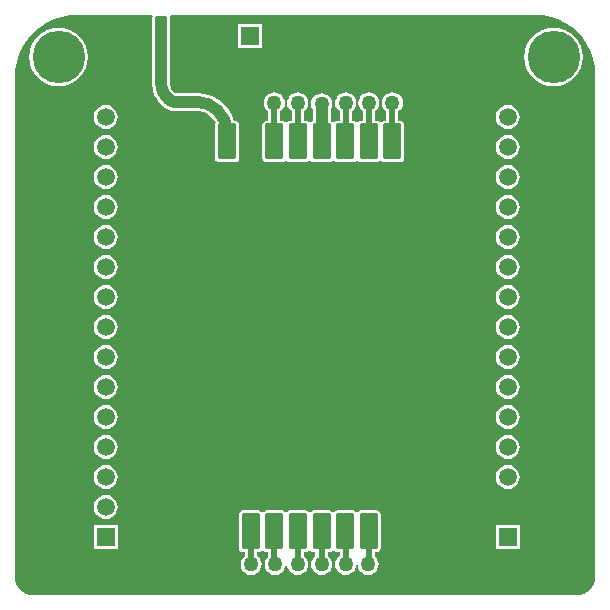
<source format=gbl>
%FSLAX25Y25*%
%MOIN*%
G70*
G01*
G75*
G04 Layer_Physical_Order=2*
G04 Layer_Color=16711680*
%ADD10C,0.03937*%
G04:AMPARAMS|DCode=11|XSize=19.69mil|YSize=31.5mil|CornerRadius=0.98mil|HoleSize=0mil|Usage=FLASHONLY|Rotation=180.000|XOffset=0mil|YOffset=0mil|HoleType=Round|Shape=RoundedRectangle|*
%AMROUNDEDRECTD11*
21,1,0.01969,0.02953,0,0,180.0*
21,1,0.01772,0.03150,0,0,180.0*
1,1,0.00197,-0.00886,0.01476*
1,1,0.00197,0.00886,0.01476*
1,1,0.00197,0.00886,-0.01476*
1,1,0.00197,-0.00886,-0.01476*
%
%ADD11ROUNDEDRECTD11*%
G04:AMPARAMS|DCode=12|XSize=35.43mil|YSize=39.37mil|CornerRadius=1.77mil|HoleSize=0mil|Usage=FLASHONLY|Rotation=270.000|XOffset=0mil|YOffset=0mil|HoleType=Round|Shape=RoundedRectangle|*
%AMROUNDEDRECTD12*
21,1,0.03543,0.03583,0,0,270.0*
21,1,0.03189,0.03937,0,0,270.0*
1,1,0.00354,-0.01791,-0.01595*
1,1,0.00354,-0.01791,0.01595*
1,1,0.00354,0.01791,0.01595*
1,1,0.00354,0.01791,-0.01595*
%
%ADD12ROUNDEDRECTD12*%
G04:AMPARAMS|DCode=13|XSize=19.69mil|YSize=23.62mil|CornerRadius=0.98mil|HoleSize=0mil|Usage=FLASHONLY|Rotation=0.000|XOffset=0mil|YOffset=0mil|HoleType=Round|Shape=RoundedRectangle|*
%AMROUNDEDRECTD13*
21,1,0.01969,0.02165,0,0,0.0*
21,1,0.01772,0.02362,0,0,0.0*
1,1,0.00197,0.00886,-0.01083*
1,1,0.00197,-0.00886,-0.01083*
1,1,0.00197,-0.00886,0.01083*
1,1,0.00197,0.00886,0.01083*
%
%ADD13ROUNDEDRECTD13*%
G04:AMPARAMS|DCode=14|XSize=47.24mil|YSize=70.87mil|CornerRadius=4.72mil|HoleSize=0mil|Usage=FLASHONLY|Rotation=270.000|XOffset=0mil|YOffset=0mil|HoleType=Round|Shape=RoundedRectangle|*
%AMROUNDEDRECTD14*
21,1,0.04724,0.06142,0,0,270.0*
21,1,0.03780,0.07087,0,0,270.0*
1,1,0.00945,-0.03071,-0.01890*
1,1,0.00945,-0.03071,0.01890*
1,1,0.00945,0.03071,0.01890*
1,1,0.00945,0.03071,-0.01890*
%
%ADD14ROUNDEDRECTD14*%
G04:AMPARAMS|DCode=15|XSize=196.85mil|YSize=78.74mil|CornerRadius=3.94mil|HoleSize=0mil|Usage=FLASHONLY|Rotation=270.000|XOffset=0mil|YOffset=0mil|HoleType=Round|Shape=RoundedRectangle|*
%AMROUNDEDRECTD15*
21,1,0.19685,0.07087,0,0,270.0*
21,1,0.18898,0.07874,0,0,270.0*
1,1,0.00787,-0.03543,-0.09449*
1,1,0.00787,-0.03543,0.09449*
1,1,0.00787,0.03543,0.09449*
1,1,0.00787,0.03543,-0.09449*
%
%ADD15ROUNDEDRECTD15*%
%ADD16C,0.01969*%
%ADD17R,0.05906X0.05906*%
%ADD18C,0.05906*%
%ADD19R,0.05906X0.05906*%
%ADD20C,0.17500*%
%ADD21C,0.05000*%
G04:AMPARAMS|DCode=22|XSize=196.85mil|YSize=39.37mil|CornerRadius=1.97mil|HoleSize=0mil|Usage=FLASHONLY|Rotation=270.000|XOffset=0mil|YOffset=0mil|HoleType=Round|Shape=RoundedRectangle|*
%AMROUNDEDRECTD22*
21,1,0.19685,0.03543,0,0,270.0*
21,1,0.19291,0.03937,0,0,270.0*
1,1,0.00394,-0.01772,-0.09646*
1,1,0.00394,-0.01772,0.09646*
1,1,0.00394,0.01772,0.09646*
1,1,0.00394,0.01772,-0.09646*
%
%ADD22ROUNDEDRECTD22*%
G04:AMPARAMS|DCode=23|XSize=118.11mil|YSize=59.06mil|CornerRadius=2.95mil|HoleSize=0mil|Usage=FLASHONLY|Rotation=270.000|XOffset=0mil|YOffset=0mil|HoleType=Round|Shape=RoundedRectangle|*
%AMROUNDEDRECTD23*
21,1,0.11811,0.05315,0,0,270.0*
21,1,0.11221,0.05906,0,0,270.0*
1,1,0.00591,-0.02658,-0.05610*
1,1,0.00591,-0.02658,0.05610*
1,1,0.00591,0.02658,0.05610*
1,1,0.00591,0.02658,-0.05610*
%
%ADD23ROUNDEDRECTD23*%
%ADD24C,0.01575*%
G36*
X22787Y195229D02*
X46962D01*
X47601Y194802D01*
X47508Y194335D01*
Y184705D01*
X47506Y184689D01*
Y172000D01*
X47488D01*
X47662Y170235D01*
X48177Y168538D01*
X49013Y166973D01*
X50138Y165602D01*
X50151Y165615D01*
X50883Y164883D01*
X50879Y164879D01*
X51851Y164082D01*
X52960Y163489D01*
X54163Y163124D01*
X55414Y163001D01*
Y163006D01*
X63000D01*
X63085Y163017D01*
X64418Y162842D01*
X65739Y162294D01*
X66805Y161476D01*
X66858Y161408D01*
X67395Y160871D01*
X67427Y160846D01*
X68274Y159814D01*
X68622Y159164D01*
X68563Y159076D01*
X68463Y158571D01*
Y147350D01*
X68563Y146845D01*
X68850Y146416D01*
X69278Y146130D01*
X69784Y146030D01*
X75098D01*
X75604Y146130D01*
X76032Y146416D01*
X76319Y146845D01*
X76419Y147350D01*
Y158571D01*
X76319Y159076D01*
X76032Y159505D01*
X75604Y159791D01*
X75098Y159891D01*
X74824D01*
X74813Y159937D01*
X74032Y161823D01*
X72965Y163563D01*
X71639Y165115D01*
X71629Y165105D01*
X71092Y165642D01*
X71092Y165642D01*
X71099Y165649D01*
X69732Y166816D01*
X68200Y167755D01*
X66539Y168443D01*
X64792Y168863D01*
X63000Y169004D01*
Y168994D01*
X55414D01*
X55399Y168992D01*
X55126Y169105D01*
X55117Y169117D01*
X54385Y169849D01*
X54380Y169853D01*
X53900Y170478D01*
X53596Y171212D01*
X53493Y171994D01*
X53494Y172000D01*
Y184689D01*
X53492Y184705D01*
Y194335D01*
X53399Y194802D01*
X54038Y195229D01*
X175169D01*
X175260Y195247D01*
X177790Y195081D01*
X180367Y194569D01*
X182855Y193724D01*
X185211Y192562D01*
X187395Y191103D01*
X189370Y189370D01*
X191103Y187395D01*
X192562Y185211D01*
X193724Y182855D01*
X194569Y180367D01*
X195081Y177790D01*
X195247Y175260D01*
X195229Y175169D01*
Y7874D01*
X195236Y7836D01*
X195120Y6652D01*
X194763Y5477D01*
X194184Y4394D01*
X193405Y3445D01*
X192456Y2666D01*
X191373Y2087D01*
X190198Y1731D01*
X189014Y1614D01*
X188976Y1622D01*
X7874D01*
X7836Y1614D01*
X6652Y1731D01*
X5477Y2087D01*
X4394Y2666D01*
X3445Y3445D01*
X2666Y4394D01*
X2087Y5477D01*
X1731Y6652D01*
X1614Y7836D01*
X1622Y7874D01*
Y174063D01*
X1602Y174163D01*
X1777Y176829D01*
X2317Y179548D01*
X3208Y182173D01*
X4434Y184659D01*
X5974Y186964D01*
X7802Y189048D01*
X9886Y190876D01*
X12191Y192416D01*
X14677Y193642D01*
X17302Y194533D01*
X20021Y195074D01*
X22687Y195249D01*
X22787Y195229D01*
D02*
G37*
%LPC*%
G36*
X32000Y75085D02*
X30968Y74949D01*
X30007Y74551D01*
X29181Y73918D01*
X28547Y73092D01*
X28149Y72130D01*
X28013Y71098D01*
X28149Y70066D01*
X28547Y69105D01*
X29181Y68279D01*
X30007Y67646D01*
X30968Y67247D01*
X32000Y67112D01*
X33032Y67247D01*
X33993Y67646D01*
X34819Y68279D01*
X35453Y69105D01*
X35851Y70066D01*
X35987Y71098D01*
X35851Y72130D01*
X35453Y73092D01*
X34819Y73918D01*
X33993Y74551D01*
X33032Y74949D01*
X32000Y75085D01*
D02*
G37*
G36*
X166000Y75087D02*
X164968Y74951D01*
X164007Y74553D01*
X163181Y73919D01*
X162547Y73093D01*
X162149Y72132D01*
X162013Y71100D01*
X162149Y70068D01*
X162547Y69107D01*
X163181Y68281D01*
X164007Y67647D01*
X164968Y67249D01*
X166000Y67113D01*
X167032Y67249D01*
X167993Y67647D01*
X168819Y68281D01*
X169453Y69107D01*
X169851Y70068D01*
X169987Y71100D01*
X169851Y72132D01*
X169453Y73093D01*
X168819Y73919D01*
X167993Y74553D01*
X167032Y74951D01*
X166000Y75087D01*
D02*
G37*
G36*
X32000Y65085D02*
X30968Y64949D01*
X30007Y64551D01*
X29181Y63918D01*
X28547Y63092D01*
X28149Y62130D01*
X28013Y61098D01*
X28149Y60066D01*
X28547Y59105D01*
X29181Y58279D01*
X30007Y57646D01*
X30968Y57247D01*
X32000Y57112D01*
X33032Y57247D01*
X33993Y57646D01*
X34819Y58279D01*
X35453Y59105D01*
X35851Y60066D01*
X35987Y61098D01*
X35851Y62130D01*
X35453Y63092D01*
X34819Y63918D01*
X33993Y64551D01*
X33032Y64949D01*
X32000Y65085D01*
D02*
G37*
G36*
X166000Y65087D02*
X164968Y64951D01*
X164007Y64553D01*
X163181Y63919D01*
X162547Y63093D01*
X162149Y62132D01*
X162013Y61100D01*
X162149Y60068D01*
X162547Y59107D01*
X163181Y58281D01*
X164007Y57647D01*
X164968Y57249D01*
X166000Y57113D01*
X167032Y57249D01*
X167993Y57647D01*
X168819Y58281D01*
X169453Y59107D01*
X169851Y60068D01*
X169987Y61100D01*
X169851Y62132D01*
X169453Y63093D01*
X168819Y63919D01*
X167993Y64553D01*
X167032Y64951D01*
X166000Y65087D01*
D02*
G37*
G36*
X32000Y95085D02*
X30968Y94949D01*
X30007Y94551D01*
X29181Y93918D01*
X28547Y93092D01*
X28149Y92130D01*
X28013Y91098D01*
X28149Y90066D01*
X28547Y89105D01*
X29181Y88279D01*
X30007Y87646D01*
X30968Y87247D01*
X32000Y87112D01*
X33032Y87247D01*
X33993Y87646D01*
X34819Y88279D01*
X35453Y89105D01*
X35851Y90066D01*
X35987Y91098D01*
X35851Y92130D01*
X35453Y93092D01*
X34819Y93918D01*
X33993Y94551D01*
X33032Y94949D01*
X32000Y95085D01*
D02*
G37*
G36*
X166000Y95087D02*
X164968Y94951D01*
X164007Y94553D01*
X163181Y93919D01*
X162547Y93093D01*
X162149Y92132D01*
X162013Y91100D01*
X162149Y90068D01*
X162547Y89107D01*
X163181Y88281D01*
X164007Y87647D01*
X164968Y87249D01*
X166000Y87113D01*
X167032Y87249D01*
X167993Y87647D01*
X168819Y88281D01*
X169453Y89107D01*
X169851Y90068D01*
X169987Y91100D01*
X169851Y92132D01*
X169453Y93093D01*
X168819Y93919D01*
X167993Y94553D01*
X167032Y94951D01*
X166000Y95087D01*
D02*
G37*
G36*
X32000Y85085D02*
X30968Y84949D01*
X30007Y84551D01*
X29181Y83918D01*
X28547Y83092D01*
X28149Y82130D01*
X28013Y81098D01*
X28149Y80067D01*
X28547Y79105D01*
X29181Y78279D01*
X30007Y77646D01*
X30968Y77247D01*
X32000Y77112D01*
X33032Y77247D01*
X33993Y77646D01*
X34819Y78279D01*
X35453Y79105D01*
X35851Y80067D01*
X35987Y81098D01*
X35851Y82130D01*
X35453Y83092D01*
X34819Y83918D01*
X33993Y84551D01*
X33032Y84949D01*
X32000Y85085D01*
D02*
G37*
G36*
X166000Y85087D02*
X164968Y84951D01*
X164007Y84553D01*
X163181Y83919D01*
X162547Y83093D01*
X162149Y82132D01*
X162013Y81100D01*
X162149Y80068D01*
X162547Y79107D01*
X163181Y78281D01*
X164007Y77647D01*
X164968Y77249D01*
X166000Y77113D01*
X167032Y77249D01*
X167993Y77647D01*
X168819Y78281D01*
X169453Y79107D01*
X169851Y80068D01*
X169987Y81100D01*
X169851Y82132D01*
X169453Y83093D01*
X168819Y83919D01*
X167993Y84553D01*
X167032Y84951D01*
X166000Y85087D01*
D02*
G37*
G36*
X32000Y35085D02*
X30968Y34949D01*
X30007Y34551D01*
X29181Y33918D01*
X28547Y33092D01*
X28149Y32130D01*
X28013Y31098D01*
X28149Y30067D01*
X28547Y29105D01*
X29181Y28279D01*
X30007Y27646D01*
X30968Y27247D01*
X32000Y27112D01*
X33032Y27247D01*
X33993Y27646D01*
X34819Y28279D01*
X35453Y29105D01*
X35851Y30067D01*
X35987Y31098D01*
X35851Y32130D01*
X35453Y33092D01*
X34819Y33918D01*
X33993Y34551D01*
X33032Y34949D01*
X32000Y35085D01*
D02*
G37*
G36*
X122343Y29970D02*
X117028D01*
X116522Y29870D01*
X116094Y29583D01*
X115998Y29440D01*
X115498D01*
X115402Y29583D01*
X114974Y29870D01*
X114469Y29970D01*
X109153D01*
X108648Y29870D01*
X108220Y29583D01*
X108124Y29440D01*
X107624D01*
X107528Y29583D01*
X107100Y29870D01*
X106595Y29970D01*
X101279D01*
X100774Y29870D01*
X100346Y29583D01*
X100250Y29440D01*
X99750D01*
X99654Y29583D01*
X99226Y29870D01*
X98721Y29970D01*
X93405D01*
X92900Y29870D01*
X92472Y29583D01*
X92376Y29440D01*
X91876D01*
X91780Y29583D01*
X91352Y29870D01*
X90847Y29970D01*
X85532D01*
X85026Y29870D01*
X84598Y29583D01*
X84502Y29440D01*
X84002D01*
X83906Y29583D01*
X83478Y29870D01*
X82972Y29970D01*
X77658D01*
X77152Y29870D01*
X76724Y29583D01*
X76437Y29155D01*
X76337Y28650D01*
Y17429D01*
X76437Y16924D01*
X76724Y16495D01*
X77152Y16209D01*
X77658Y16108D01*
X78292D01*
Y14717D01*
X78004Y14496D01*
X77443Y13765D01*
X77090Y12914D01*
X76970Y12000D01*
X77090Y11086D01*
X77443Y10235D01*
X78004Y9504D01*
X78735Y8943D01*
X79586Y8590D01*
X80500Y8470D01*
X81414Y8590D01*
X82265Y8943D01*
X82996Y9504D01*
X83557Y10235D01*
X83910Y11086D01*
X84030Y12000D01*
X83910Y12914D01*
X83557Y13765D01*
X82996Y14496D01*
X82338Y15001D01*
Y16108D01*
X82972D01*
X83478Y16209D01*
X83906Y16495D01*
X84002Y16638D01*
X84502D01*
X84598Y16495D01*
X85026Y16209D01*
X85532Y16108D01*
X86166D01*
Y14621D01*
X86004Y14496D01*
X85443Y13765D01*
X85090Y12914D01*
X84970Y12000D01*
X85090Y11086D01*
X85443Y10235D01*
X86004Y9504D01*
X86735Y8943D01*
X87586Y8590D01*
X88500Y8470D01*
X89414Y8590D01*
X90265Y8943D01*
X90996Y9504D01*
X91557Y10235D01*
X91910Y11086D01*
X92000Y11771D01*
X92500D01*
X92590Y11086D01*
X92943Y10235D01*
X93504Y9504D01*
X94235Y8943D01*
X95086Y8590D01*
X96000Y8470D01*
X96914Y8590D01*
X97765Y8943D01*
X98496Y9504D01*
X99057Y10235D01*
X99410Y11086D01*
X99530Y12000D01*
X99410Y12914D01*
X99057Y13765D01*
X98496Y14496D01*
X98023Y14859D01*
Y16108D01*
X98721D01*
X99226Y16209D01*
X99654Y16495D01*
X99750Y16638D01*
X100250D01*
X100346Y16495D01*
X100774Y16209D01*
X101279Y16108D01*
X101914D01*
Y14811D01*
X101504Y14496D01*
X100943Y13765D01*
X100590Y12914D01*
X100470Y12000D01*
X100590Y11086D01*
X100943Y10235D01*
X101504Y9504D01*
X102235Y8943D01*
X103086Y8590D01*
X104000Y8470D01*
X104914Y8590D01*
X105765Y8943D01*
X106496Y9504D01*
X107057Y10235D01*
X107410Y11086D01*
X107530Y12000D01*
X107410Y12914D01*
X107057Y13765D01*
X106496Y14496D01*
X105960Y14908D01*
Y16108D01*
X106595D01*
X107100Y16209D01*
X107528Y16495D01*
X107624Y16638D01*
X108124D01*
X108220Y16495D01*
X108648Y16209D01*
X109153Y16108D01*
X109977D01*
Y14859D01*
X109504Y14496D01*
X108943Y13765D01*
X108590Y12914D01*
X108470Y12000D01*
X108590Y11086D01*
X108943Y10235D01*
X109504Y9504D01*
X110235Y8943D01*
X111086Y8590D01*
X112000Y8470D01*
X112914Y8590D01*
X113765Y8943D01*
X114496Y9504D01*
X115057Y10235D01*
X115410Y11086D01*
X115500Y11771D01*
X116000D01*
X116090Y11086D01*
X116443Y10235D01*
X117004Y9504D01*
X117735Y8943D01*
X118586Y8590D01*
X119500Y8470D01*
X120414Y8590D01*
X121265Y8943D01*
X121996Y9504D01*
X122557Y10235D01*
X122910Y11086D01*
X123030Y12000D01*
X122910Y12914D01*
X122557Y13765D01*
X121996Y14496D01*
X121708Y14717D01*
Y16108D01*
X122343D01*
X122848Y16209D01*
X123276Y16495D01*
X123563Y16924D01*
X123663Y17429D01*
Y28650D01*
X123563Y29155D01*
X123276Y29583D01*
X122848Y29870D01*
X122343Y29970D01*
D02*
G37*
G36*
X35953Y25051D02*
X28047D01*
Y17146D01*
X35953D01*
Y25051D01*
D02*
G37*
G36*
X169953Y25053D02*
X162047D01*
Y17147D01*
X169953D01*
Y25053D01*
D02*
G37*
G36*
X32000Y55085D02*
X30968Y54949D01*
X30007Y54551D01*
X29181Y53918D01*
X28547Y53092D01*
X28149Y52130D01*
X28013Y51098D01*
X28149Y50067D01*
X28547Y49105D01*
X29181Y48279D01*
X30007Y47646D01*
X30968Y47247D01*
X32000Y47112D01*
X33032Y47247D01*
X33993Y47646D01*
X34819Y48279D01*
X35453Y49105D01*
X35851Y50067D01*
X35987Y51098D01*
X35851Y52130D01*
X35453Y53092D01*
X34819Y53918D01*
X33993Y54551D01*
X33032Y54949D01*
X32000Y55085D01*
D02*
G37*
G36*
X166000Y55087D02*
X164968Y54951D01*
X164007Y54553D01*
X163181Y53919D01*
X162547Y53093D01*
X162149Y52132D01*
X162013Y51100D01*
X162149Y50068D01*
X162547Y49107D01*
X163181Y48281D01*
X164007Y47647D01*
X164968Y47249D01*
X166000Y47113D01*
X167032Y47249D01*
X167993Y47647D01*
X168819Y48281D01*
X169453Y49107D01*
X169851Y50068D01*
X169987Y51100D01*
X169851Y52132D01*
X169453Y53093D01*
X168819Y53919D01*
X167993Y54553D01*
X167032Y54951D01*
X166000Y55087D01*
D02*
G37*
G36*
X32000Y45085D02*
X30968Y44949D01*
X30007Y44551D01*
X29181Y43918D01*
X28547Y43092D01*
X28149Y42130D01*
X28013Y41098D01*
X28149Y40067D01*
X28547Y39105D01*
X29181Y38279D01*
X30007Y37646D01*
X30968Y37247D01*
X32000Y37112D01*
X33032Y37247D01*
X33993Y37646D01*
X34819Y38279D01*
X35453Y39105D01*
X35851Y40067D01*
X35987Y41098D01*
X35851Y42130D01*
X35453Y43092D01*
X34819Y43918D01*
X33993Y44551D01*
X33032Y44949D01*
X32000Y45085D01*
D02*
G37*
G36*
X166000Y45087D02*
X164968Y44951D01*
X164007Y44553D01*
X163181Y43919D01*
X162547Y43093D01*
X162149Y42132D01*
X162013Y41100D01*
X162149Y40068D01*
X162547Y39107D01*
X163181Y38281D01*
X164007Y37647D01*
X164968Y37249D01*
X166000Y37113D01*
X167032Y37249D01*
X167993Y37647D01*
X168819Y38281D01*
X169453Y39107D01*
X169851Y40068D01*
X169987Y41100D01*
X169851Y42132D01*
X169453Y43093D01*
X168819Y43919D01*
X167993Y44553D01*
X167032Y44951D01*
X166000Y45087D01*
D02*
G37*
G36*
X32000Y105085D02*
X30968Y104949D01*
X30007Y104551D01*
X29181Y103918D01*
X28547Y103092D01*
X28149Y102130D01*
X28013Y101098D01*
X28149Y100066D01*
X28547Y99105D01*
X29181Y98279D01*
X30007Y97646D01*
X30968Y97247D01*
X32000Y97112D01*
X33032Y97247D01*
X33993Y97646D01*
X34819Y98279D01*
X35453Y99105D01*
X35851Y100066D01*
X35987Y101098D01*
X35851Y102130D01*
X35453Y103092D01*
X34819Y103918D01*
X33993Y104551D01*
X33032Y104949D01*
X32000Y105085D01*
D02*
G37*
G36*
Y165085D02*
X30968Y164949D01*
X30007Y164551D01*
X29181Y163918D01*
X28547Y163092D01*
X28149Y162130D01*
X28013Y161098D01*
X28149Y160067D01*
X28547Y159105D01*
X29181Y158279D01*
X30007Y157646D01*
X30968Y157247D01*
X32000Y157112D01*
X33032Y157247D01*
X33993Y157646D01*
X34819Y158279D01*
X35453Y159105D01*
X35851Y160067D01*
X35987Y161098D01*
X35851Y162130D01*
X35453Y163092D01*
X34819Y163918D01*
X33993Y164551D01*
X33032Y164949D01*
X32000Y165085D01*
D02*
G37*
G36*
X166000Y165087D02*
X164968Y164951D01*
X164007Y164553D01*
X163181Y163919D01*
X162547Y163093D01*
X162149Y162132D01*
X162013Y161100D01*
X162149Y160068D01*
X162547Y159107D01*
X163181Y158281D01*
X164007Y157647D01*
X164968Y157249D01*
X166000Y157113D01*
X167032Y157249D01*
X167993Y157647D01*
X168819Y158281D01*
X169453Y159107D01*
X169851Y160068D01*
X169987Y161100D01*
X169851Y162132D01*
X169453Y163093D01*
X168819Y163919D01*
X167993Y164553D01*
X167032Y164951D01*
X166000Y165087D01*
D02*
G37*
G36*
X32000Y155085D02*
X30968Y154949D01*
X30007Y154551D01*
X29181Y153918D01*
X28547Y153092D01*
X28149Y152130D01*
X28013Y151098D01*
X28149Y150067D01*
X28547Y149105D01*
X29181Y148279D01*
X30007Y147646D01*
X30968Y147247D01*
X32000Y147112D01*
X33032Y147247D01*
X33993Y147646D01*
X34819Y148279D01*
X35453Y149105D01*
X35851Y150067D01*
X35987Y151098D01*
X35851Y152130D01*
X35453Y153092D01*
X34819Y153918D01*
X33993Y154551D01*
X33032Y154949D01*
X32000Y155085D01*
D02*
G37*
G36*
X166000Y155087D02*
X164968Y154951D01*
X164007Y154553D01*
X163181Y153919D01*
X162547Y153093D01*
X162149Y152132D01*
X162013Y151100D01*
X162149Y150068D01*
X162547Y149107D01*
X163181Y148281D01*
X164007Y147647D01*
X164968Y147249D01*
X166000Y147113D01*
X167032Y147249D01*
X167993Y147647D01*
X168819Y148281D01*
X169453Y149107D01*
X169851Y150068D01*
X169987Y151100D01*
X169851Y152132D01*
X169453Y153093D01*
X168819Y153919D01*
X167993Y154553D01*
X167032Y154951D01*
X166000Y155087D01*
D02*
G37*
G36*
X181290Y190886D02*
X179379Y190697D01*
X177541Y190140D01*
X175847Y189234D01*
X174362Y188016D01*
X173144Y186531D01*
X172239Y184838D01*
X171681Y183000D01*
X171493Y181088D01*
X171681Y179177D01*
X172239Y177339D01*
X173144Y175645D01*
X174362Y174161D01*
X175847Y172942D01*
X177541Y172037D01*
X179379Y171479D01*
X181290Y171291D01*
X183201Y171479D01*
X185039Y172037D01*
X186733Y172942D01*
X188218Y174161D01*
X189436Y175645D01*
X190341Y177339D01*
X190899Y179177D01*
X191087Y181088D01*
X190899Y183000D01*
X190341Y184838D01*
X189436Y186531D01*
X188218Y188016D01*
X186733Y189234D01*
X185039Y190140D01*
X183201Y190697D01*
X181290Y190886D01*
D02*
G37*
G36*
X83953Y191953D02*
X76047D01*
Y184047D01*
X83953D01*
Y191953D01*
D02*
G37*
G36*
X127559Y169341D02*
X126645Y169221D01*
X125794Y168868D01*
X125063Y168307D01*
X124502Y167576D01*
X124149Y166725D01*
X124029Y165811D01*
X124149Y164897D01*
X124502Y164046D01*
X125063Y163315D01*
X125536Y162952D01*
Y159891D01*
X124902D01*
X124396Y159791D01*
X123968Y159505D01*
X123872Y159362D01*
X123372D01*
X123276Y159505D01*
X122848Y159791D01*
X122343Y159891D01*
X121708D01*
Y162952D01*
X122181Y163315D01*
X122742Y164046D01*
X123095Y164897D01*
X123215Y165811D01*
X123095Y166725D01*
X122742Y167576D01*
X122181Y168307D01*
X121450Y168868D01*
X120599Y169221D01*
X119685Y169341D01*
X118771Y169221D01*
X117920Y168868D01*
X117189Y168307D01*
X116628Y167576D01*
X116275Y166725D01*
X116155Y165811D01*
X116275Y164897D01*
X116628Y164046D01*
X117189Y163315D01*
X117662Y162952D01*
Y159891D01*
X117028D01*
X116522Y159791D01*
X116094Y159505D01*
X115998Y159362D01*
X115498D01*
X115402Y159505D01*
X114974Y159791D01*
X114469Y159891D01*
X114023D01*
Y162952D01*
X114496Y163315D01*
X115057Y164046D01*
X115410Y164897D01*
X115530Y165811D01*
X115410Y166725D01*
X115057Y167576D01*
X114496Y168307D01*
X113765Y168868D01*
X112914Y169221D01*
X112000Y169341D01*
X111086Y169221D01*
X110235Y168868D01*
X109504Y168307D01*
X108943Y167576D01*
X108590Y166725D01*
X108470Y165811D01*
X108590Y164897D01*
X108943Y164046D01*
X109504Y163315D01*
X109977Y162952D01*
Y159891D01*
X109154D01*
X108648Y159791D01*
X108220Y159505D01*
X108124Y159362D01*
X107624D01*
X107528Y159505D01*
X107100Y159791D01*
X106931Y159825D01*
Y163616D01*
X106994Y163698D01*
X107347Y164549D01*
X107467Y165463D01*
X107347Y166377D01*
X106994Y167228D01*
X106433Y167959D01*
X105702Y168520D01*
X104851Y168873D01*
X103937Y168993D01*
X103023Y168873D01*
X102172Y168520D01*
X101441Y167959D01*
X100880Y167228D01*
X100527Y166377D01*
X100407Y165463D01*
X100527Y164549D01*
X100880Y163698D01*
X100943Y163616D01*
Y159825D01*
X100774Y159791D01*
X100346Y159505D01*
X100250Y159362D01*
X99750D01*
X99654Y159505D01*
X99226Y159791D01*
X98721Y159891D01*
X98023D01*
Y162952D01*
X98496Y163315D01*
X99057Y164046D01*
X99410Y164897D01*
X99530Y165811D01*
X99410Y166725D01*
X99057Y167576D01*
X98496Y168307D01*
X97765Y168868D01*
X96914Y169221D01*
X96000Y169341D01*
X95086Y169221D01*
X94235Y168868D01*
X93504Y168307D01*
X92943Y167576D01*
X92590Y166725D01*
X92470Y165811D01*
X92590Y164897D01*
X92943Y164046D01*
X93504Y163315D01*
X93977Y162952D01*
Y159891D01*
X93405D01*
X92900Y159791D01*
X92472Y159505D01*
X92376Y159362D01*
X91876D01*
X91780Y159505D01*
X91352Y159791D01*
X90847Y159891D01*
X90212D01*
Y162952D01*
X90685Y163315D01*
X91246Y164046D01*
X91599Y164897D01*
X91719Y165811D01*
X91599Y166725D01*
X91246Y167576D01*
X90685Y168307D01*
X89954Y168868D01*
X89103Y169221D01*
X88189Y169341D01*
X87275Y169221D01*
X86424Y168868D01*
X85693Y168307D01*
X85132Y167576D01*
X84779Y166725D01*
X84659Y165811D01*
X84779Y164897D01*
X85132Y164046D01*
X85693Y163315D01*
X86166Y162952D01*
Y159891D01*
X85532D01*
X85026Y159791D01*
X84598Y159505D01*
X84311Y159076D01*
X84211Y158571D01*
Y147350D01*
X84311Y146845D01*
X84598Y146416D01*
X85026Y146130D01*
X85532Y146030D01*
X90847D01*
X91352Y146130D01*
X91780Y146416D01*
X91876Y146560D01*
X92376D01*
X92472Y146416D01*
X92900Y146130D01*
X93405Y146030D01*
X98721D01*
X99226Y146130D01*
X99654Y146416D01*
X99750Y146560D01*
X100250D01*
X100346Y146416D01*
X100774Y146130D01*
X101279Y146030D01*
X106595D01*
X107100Y146130D01*
X107528Y146416D01*
X107624Y146560D01*
X108124D01*
X108220Y146416D01*
X108648Y146130D01*
X109154Y146030D01*
X114469D01*
X114974Y146130D01*
X115402Y146416D01*
X115498Y146560D01*
X115998D01*
X116094Y146416D01*
X116522Y146130D01*
X117028Y146030D01*
X122343D01*
X122848Y146130D01*
X123276Y146416D01*
X123372Y146560D01*
X123872D01*
X123968Y146416D01*
X124396Y146130D01*
X124902Y146030D01*
X130217D01*
X130722Y146130D01*
X131150Y146416D01*
X131437Y146845D01*
X131537Y147350D01*
Y158571D01*
X131437Y159076D01*
X131150Y159505D01*
X130722Y159791D01*
X130217Y159891D01*
X129582D01*
Y162952D01*
X130055Y163315D01*
X130616Y164046D01*
X130969Y164897D01*
X131089Y165811D01*
X130969Y166725D01*
X130616Y167576D01*
X130055Y168307D01*
X129324Y168868D01*
X128473Y169221D01*
X127559Y169341D01*
D02*
G37*
G36*
X16290Y190886D02*
X14379Y190697D01*
X12541Y190140D01*
X10847Y189234D01*
X9362Y188016D01*
X8144Y186531D01*
X7239Y184838D01*
X6681Y183000D01*
X6493Y181088D01*
X6681Y179177D01*
X7239Y177339D01*
X8144Y175645D01*
X9362Y174161D01*
X10847Y172942D01*
X12541Y172037D01*
X14379Y171479D01*
X16290Y171291D01*
X18201Y171479D01*
X20039Y172037D01*
X21733Y172942D01*
X23218Y174161D01*
X24436Y175645D01*
X25341Y177339D01*
X25899Y179177D01*
X26087Y181088D01*
X25899Y183000D01*
X25341Y184838D01*
X24436Y186531D01*
X23218Y188016D01*
X21733Y189234D01*
X20039Y190140D01*
X18201Y190697D01*
X16290Y190886D01*
D02*
G37*
G36*
X166000Y145087D02*
X164968Y144951D01*
X164007Y144553D01*
X163181Y143919D01*
X162547Y143093D01*
X162149Y142132D01*
X162013Y141100D01*
X162149Y140068D01*
X162547Y139107D01*
X163181Y138281D01*
X164007Y137647D01*
X164968Y137249D01*
X166000Y137113D01*
X167032Y137249D01*
X167993Y137647D01*
X168819Y138281D01*
X169453Y139107D01*
X169851Y140068D01*
X169987Y141100D01*
X169851Y142132D01*
X169453Y143093D01*
X168819Y143919D01*
X167993Y144553D01*
X167032Y144951D01*
X166000Y145087D01*
D02*
G37*
G36*
Y115087D02*
X164968Y114951D01*
X164007Y114553D01*
X163181Y113919D01*
X162547Y113093D01*
X162149Y112132D01*
X162013Y111100D01*
X162149Y110068D01*
X162547Y109107D01*
X163181Y108281D01*
X164007Y107647D01*
X164968Y107249D01*
X166000Y107113D01*
X167032Y107249D01*
X167993Y107647D01*
X168819Y108281D01*
X169453Y109107D01*
X169851Y110068D01*
X169987Y111100D01*
X169851Y112132D01*
X169453Y113093D01*
X168819Y113919D01*
X167993Y114553D01*
X167032Y114951D01*
X166000Y115087D01*
D02*
G37*
G36*
X32000Y125085D02*
X30968Y124949D01*
X30007Y124551D01*
X29181Y123918D01*
X28547Y123092D01*
X28149Y122130D01*
X28013Y121098D01*
X28149Y120067D01*
X28547Y119105D01*
X29181Y118279D01*
X30007Y117646D01*
X30968Y117247D01*
X32000Y117112D01*
X33032Y117247D01*
X33993Y117646D01*
X34819Y118279D01*
X35453Y119105D01*
X35851Y120067D01*
X35987Y121098D01*
X35851Y122130D01*
X35453Y123092D01*
X34819Y123918D01*
X33993Y124551D01*
X33032Y124949D01*
X32000Y125085D01*
D02*
G37*
G36*
X166000Y105087D02*
X164968Y104951D01*
X164007Y104553D01*
X163181Y103919D01*
X162547Y103093D01*
X162149Y102132D01*
X162013Y101100D01*
X162149Y100068D01*
X162547Y99107D01*
X163181Y98281D01*
X164007Y97647D01*
X164968Y97249D01*
X166000Y97113D01*
X167032Y97249D01*
X167993Y97647D01*
X168819Y98281D01*
X169453Y99107D01*
X169851Y100068D01*
X169987Y101100D01*
X169851Y102132D01*
X169453Y103093D01*
X168819Y103919D01*
X167993Y104553D01*
X167032Y104951D01*
X166000Y105087D01*
D02*
G37*
G36*
X32000Y115085D02*
X30968Y114949D01*
X30007Y114551D01*
X29181Y113918D01*
X28547Y113092D01*
X28149Y112130D01*
X28013Y111098D01*
X28149Y110067D01*
X28547Y109105D01*
X29181Y108279D01*
X30007Y107646D01*
X30968Y107247D01*
X32000Y107112D01*
X33032Y107247D01*
X33993Y107646D01*
X34819Y108279D01*
X35453Y109105D01*
X35851Y110067D01*
X35987Y111098D01*
X35851Y112130D01*
X35453Y113092D01*
X34819Y113918D01*
X33993Y114551D01*
X33032Y114949D01*
X32000Y115085D01*
D02*
G37*
G36*
X166000Y135087D02*
X164968Y134951D01*
X164007Y134553D01*
X163181Y133919D01*
X162547Y133093D01*
X162149Y132132D01*
X162013Y131100D01*
X162149Y130068D01*
X162547Y129107D01*
X163181Y128281D01*
X164007Y127647D01*
X164968Y127249D01*
X166000Y127113D01*
X167032Y127249D01*
X167993Y127647D01*
X168819Y128281D01*
X169453Y129107D01*
X169851Y130068D01*
X169987Y131100D01*
X169851Y132132D01*
X169453Y133093D01*
X168819Y133919D01*
X167993Y134553D01*
X167032Y134951D01*
X166000Y135087D01*
D02*
G37*
G36*
X32000Y145085D02*
X30968Y144949D01*
X30007Y144551D01*
X29181Y143918D01*
X28547Y143092D01*
X28149Y142130D01*
X28013Y141098D01*
X28149Y140067D01*
X28547Y139105D01*
X29181Y138279D01*
X30007Y137646D01*
X30968Y137247D01*
X32000Y137112D01*
X33032Y137247D01*
X33993Y137646D01*
X34819Y138279D01*
X35453Y139105D01*
X35851Y140067D01*
X35987Y141098D01*
X35851Y142130D01*
X35453Y143092D01*
X34819Y143918D01*
X33993Y144551D01*
X33032Y144949D01*
X32000Y145085D01*
D02*
G37*
G36*
X166000Y125087D02*
X164968Y124951D01*
X164007Y124553D01*
X163181Y123919D01*
X162547Y123093D01*
X162149Y122132D01*
X162013Y121100D01*
X162149Y120068D01*
X162547Y119107D01*
X163181Y118281D01*
X164007Y117647D01*
X164968Y117249D01*
X166000Y117113D01*
X167032Y117249D01*
X167993Y117647D01*
X168819Y118281D01*
X169453Y119107D01*
X169851Y120068D01*
X169987Y121100D01*
X169851Y122132D01*
X169453Y123093D01*
X168819Y123919D01*
X167993Y124553D01*
X167032Y124951D01*
X166000Y125087D01*
D02*
G37*
G36*
X32000Y135085D02*
X30968Y134949D01*
X30007Y134551D01*
X29181Y133918D01*
X28547Y133092D01*
X28149Y132130D01*
X28013Y131098D01*
X28149Y130067D01*
X28547Y129105D01*
X29181Y128279D01*
X30007Y127646D01*
X30968Y127247D01*
X32000Y127112D01*
X33032Y127247D01*
X33993Y127646D01*
X34819Y128279D01*
X35453Y129105D01*
X35851Y130067D01*
X35987Y131098D01*
X35851Y132130D01*
X35453Y133092D01*
X34819Y133918D01*
X33993Y134551D01*
X33032Y134949D01*
X32000Y135085D01*
D02*
G37*
%LPD*%
D10*
X68975Y163525D02*
G03*
X63000Y166000I-5975J-5975D01*
G01*
X53000Y167000D02*
G03*
X55414Y166000I2414J2414D01*
G01*
X50500Y172000D02*
G03*
X52268Y167732I6036J0D01*
G01*
X72441Y155917D02*
G03*
X69512Y162988I-10000J0D01*
G01*
X55414Y166000D02*
X63000D01*
X50500Y172000D02*
Y184689D01*
X52268Y167732D02*
X53000Y167000D01*
X68975Y163525D02*
X69512Y162988D01*
X72441Y152961D02*
Y155917D01*
X103937Y152961D02*
Y165463D01*
D15*
X33768Y184689D02*
D03*
X67232D02*
D03*
D16*
X80315Y12185D02*
Y23039D01*
Y12185D02*
X80500Y12000D01*
X88189Y12311D02*
X88500Y12000D01*
X88189Y12311D02*
Y23039D01*
X96000Y22976D02*
X96063Y23039D01*
X96000Y12000D02*
Y22976D01*
X119685Y12315D02*
Y23039D01*
X112000Y12000D02*
Y22850D01*
X103937Y12063D02*
Y23039D01*
X127559Y152961D02*
Y165811D01*
X119685Y152961D02*
Y165811D01*
X111811D02*
Y165811D01*
X112000Y153150D02*
Y165811D01*
X111811Y152961D02*
X112000Y153150D01*
X96063Y165811D02*
Y165937D01*
X96000Y153024D02*
Y165811D01*
Y153024D02*
X96063Y152961D01*
X88189D02*
Y165811D01*
D17*
X80000Y188000D02*
D03*
D18*
X90000D02*
D03*
X166000Y31100D02*
D03*
Y41100D02*
D03*
Y51100D02*
D03*
Y61100D02*
D03*
Y71100D02*
D03*
Y81100D02*
D03*
Y91100D02*
D03*
Y101100D02*
D03*
Y111100D02*
D03*
Y121100D02*
D03*
Y131100D02*
D03*
Y141100D02*
D03*
Y151100D02*
D03*
Y161100D02*
D03*
X32000Y161098D02*
D03*
Y151098D02*
D03*
Y141098D02*
D03*
Y131098D02*
D03*
Y121098D02*
D03*
Y111098D02*
D03*
Y101098D02*
D03*
Y91098D02*
D03*
Y81098D02*
D03*
Y71098D02*
D03*
Y61098D02*
D03*
Y51098D02*
D03*
Y41098D02*
D03*
Y31098D02*
D03*
D19*
X166000Y21100D02*
D03*
X32000Y21098D02*
D03*
D20*
X181290Y181088D02*
D03*
X16290D02*
D03*
D21*
X80500Y12000D02*
D03*
X88500D02*
D03*
X96000D02*
D03*
X119500D02*
D03*
X112000D02*
D03*
X104000D02*
D03*
X103937Y165463D02*
D03*
X88189Y165811D02*
D03*
X119685D02*
D03*
X127559D02*
D03*
X96000D02*
D03*
X112000D02*
D03*
D22*
X50500Y184689D02*
D03*
D23*
X96063Y152961D02*
D03*
X72441Y23039D02*
D03*
X80315D02*
D03*
X88189D02*
D03*
X96063D02*
D03*
X127559D02*
D03*
X119685D02*
D03*
X111811D02*
D03*
X103937D02*
D03*
X103937Y152961D02*
D03*
X111811D02*
D03*
X119685D02*
D03*
X127559D02*
D03*
X88189D02*
D03*
X80315D02*
D03*
X72441D02*
D03*
D24*
X119500Y12500D02*
X119685Y12315D01*
X111811Y23039D02*
X112000Y22850D01*
X103937Y12063D02*
X104000Y12000D01*
M02*

</source>
